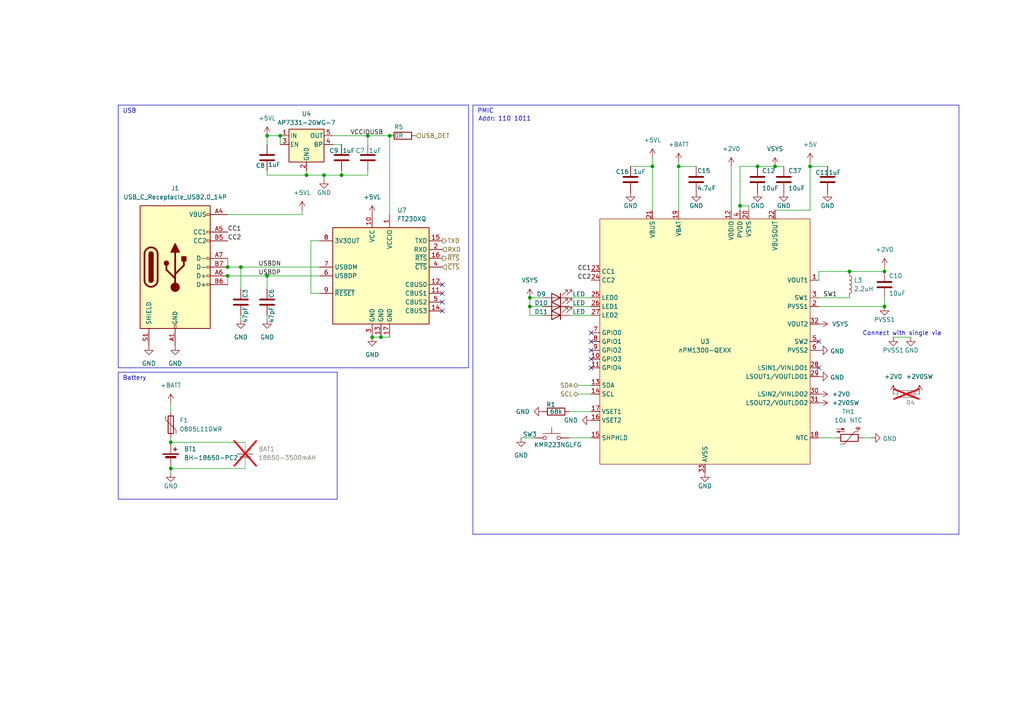
<source format=kicad_sch>
(kicad_sch (version 20231120) (generator "eeschema") (generator_version "8.0")
  (paper "A4")
  (lib_symbols
    (symbol "Connector:USB_C_Receptacle_USB2.0_14P" (pin_names (offset 1.016))
      (property "Reference" "J" (at 0 22.225 0))
      (property "Value" "USB_C_Receptacle_USB2.0_14P" (at 0 19.685 0))
      (symbol "USB_C_Receptacle_USB2.0_14P_0_0"
        (rectangle (start -0.254 -17.78) (end 0.254 -16.764))
        (rectangle (start 10.16 -4.826) (end 9.144 -5.334))
        (rectangle (start 10.16 -2.286) (end 9.144 -2.794))
        (rectangle (start 10.16 0.254) (end 9.144 -0.254))
        (rectangle (start 10.16 2.794) (end 9.144 2.286))
        (rectangle (start 10.16 7.874) (end 9.144 7.366))
        (rectangle (start 10.16 10.414) (end 9.144 9.906))
        (rectangle (start 10.16 15.494) (end 9.144 14.986))
      )
      (symbol "USB_C_Receptacle_USB2.0_14P_0_1"
        (rectangle (start -10.16 17.78) (end 10.16 -17.78) (stroke (width 0.254)) (fill (type background)))
        (arc (start -8.89 -3.81) (mid -6.985 -5.7067) (end -5.08 -3.81) (stroke (width 0.508)))
        (arc (start -7.62 -3.81) (mid -6.985 -4.4423) (end -6.35 -3.81) (stroke (width 0.254)))
        (arc (start -7.62 -3.81) (mid -6.985 -4.4423) (end -6.35 -3.81) (stroke (width 0.254)) (fill (type outline)))
        (rectangle (start -7.62 -3.81) (end -6.35 3.81) (stroke (width 0.254)) (fill (type outline)))
        (arc (start -6.35 3.81) (mid -6.985 4.4423) (end -7.62 3.81) (stroke (width 0.254)))
        (arc (start -6.35 3.81) (mid -6.985 4.4423) (end -7.62 3.81) (stroke (width 0.254)) (fill (type outline)))
        (arc (start -5.08 3.81) (mid -6.985 5.7067) (end -8.89 3.81) (stroke (width 0.508)))
        (circle (center -2.54 1.143) (radius 0.635) (stroke (width 0.254)) (fill (type outline)))
        (circle (center 0 -5.842) (radius 1.27) (fill (type outline)))
        (polyline (pts (xy -8.89 -3.81) (xy -8.89 3.81)) (stroke (width 0.508)))
        (polyline (pts (xy -5.08 3.81) (xy -5.08 -3.81)) (stroke (width 0.508)))
        (polyline (pts (xy 0 -5.842) (xy 0 4.318)) (stroke (width 0.508)))
        (polyline (pts (xy 0 -3.302) (xy -2.54 -0.762) (xy -2.54 0.508)) (stroke (width 0.508)))
        (polyline (pts (xy 0 -2.032) (xy 2.54 0.508) (xy 2.54 1.778)) (stroke (width 0.508)))
        (polyline (pts (xy -1.27 4.318) (xy 0 6.858) (xy 1.27 4.318) (xy -1.27 4.318)) (stroke (width 0.254)) (fill (type outline)))
        (rectangle (start 1.905 1.778) (end 3.175 3.048) (stroke (width 0.254)) (fill (type outline)))
      )
      (symbol "USB_C_Receptacle_USB2.0_14P_1_1"
        (pin passive line (at 0 -22.86 90) (length 5.08) (name "GND") (number "A1"))
        (pin passive line (at 0 -22.86 90) (length 5.08) hide (name "GND") (number "A12"))
        (pin passive line (at 15.24 15.24 180) (length 5.08) (name "VBUS") (number "A4"))
        (pin bidirectional line (at 15.24 10.16 180) (length 5.08) (name "CC1") (number "A5"))
        (pin bidirectional line (at 15.24 -2.54 180) (length 5.08) (name "D+") (number "A6"))
        (pin bidirectional line (at 15.24 2.54 180) (length 5.08) (name "D-") (number "A7"))
        (pin passive line (at 15.24 15.24 180) (length 5.08) hide (name "VBUS") (number "A9"))
        (pin passive line (at 0 -22.86 90) (length 5.08) hide (name "GND") (number "B1"))
        (pin passive line (at 0 -22.86 90) (length 5.08) hide (name "GND") (number "B12"))
        (pin passive line (at 15.24 15.24 180) (length 5.08) hide (name "VBUS") (number "B4"))
        (pin bidirectional line (at 15.24 7.62 180) (length 5.08) (name "CC2") (number "B5"))
        (pin bidirectional line (at 15.24 -5.08 180) (length 5.08) (name "D+") (number "B6"))
        (pin bidirectional line (at 15.24 0 180) (length 5.08) (name "D-") (number "B7"))
        (pin passive line (at 15.24 15.24 180) (length 5.08) hide (name "VBUS") (number "B9"))
        (pin passive line (at -7.62 -22.86 90) (length 5.08) (name "SHIELD") (number "S1"))
      )
    )
    (symbol "Device:Battery_Cell" (pin_numbers hide) (pin_names (offset 0) hide)
      (property "Reference" "BT" (at 2.54 2.54 0))
      (property "Value" "Battery_Cell" (at 2.54 0 0))
      (symbol "Battery_Cell_0_1"
        (rectangle (start -2.286 1.778) (end 2.286 1.524) (fill (type outline)))
        (rectangle (start -1.524 1.016) (end 1.524 0.508) (fill (type outline)))
        (polyline (pts (xy 0 0.762) (xy 0 0)))
        (polyline (pts (xy 0 1.778) (xy 0 2.54)))
        (polyline (pts (xy 0.762 3.048) (xy 1.778 3.048)) (stroke (width 0.254)))
        (polyline (pts (xy 1.27 3.556) (xy 1.27 2.54)) (stroke (width 0.254)))
      )
      (symbol "Battery_Cell_1_1"
        (pin passive line (at 0 5.08 270) (length 2.54) (name "+") (number "1"))
        (pin passive line (at 0 -2.54 90) (length 2.54) (name "-") (number "2"))
      )
    )
    (symbol "Device:C" (pin_numbers hide) (pin_names (offset 0.254))
      (property "Reference" "C" (at 0.635 2.54 0))
      (property "Value" "C" (at 0.635 -2.54 0))
      (symbol "C_0_1"
        (polyline (pts (xy -2.032 -0.762) (xy 2.032 -0.762)) (stroke (width 0.508)))
        (polyline (pts (xy -2.032 0.762) (xy 2.032 0.762)) (stroke (width 0.508)))
      )
      (symbol "C_1_1"
        (pin passive line (at 0 3.81 270) (length 2.794) (name "~") (number "1"))
        (pin passive line (at 0 -3.81 90) (length 2.794) (name "~") (number "2"))
      )
    )
    (symbol "Device:L" (pin_numbers hide) (pin_names (offset 1.016) hide)
      (property "Reference" "L" (at -1.27 0 90))
      (property "Value" "L" (at 1.905 0 90))
      (symbol "L_0_1"
        (arc (start 0 -2.54) (mid 0.6323 -1.905) (end 0 -1.27))
        (arc (start 0 -1.27) (mid 0.6323 -0.635) (end 0 0))
        (arc (start 0 0) (mid 0.6323 0.635) (end 0 1.27))
        (arc (start 0 1.27) (mid 0.6323 1.905) (end 0 2.54))
      )
      (symbol "L_1_1"
        (pin passive line (at 0 3.81 270) (length 1.27) (name "1") (number "1"))
        (pin passive line (at 0 -3.81 90) (length 1.27) (name "2") (number "2"))
      )
    )
    (symbol "Device:LED" (pin_numbers hide) (pin_names (offset 1.016) hide)
      (property "Reference" "D" (at 0 2.54 0))
      (property "Value" "LED" (at 0 -2.54 0))
      (symbol "LED_0_1"
        (polyline (pts (xy -1.27 -1.27) (xy -1.27 1.27)) (stroke (width 0.254)))
        (polyline (pts (xy -1.27 0) (xy 1.27 0)))
        (polyline (pts (xy 1.27 -1.27) (xy 1.27 1.27) (xy -1.27 0) (xy 1.27 -1.27)) (stroke (width 0.254)))
        (polyline (pts (xy -3.048 -0.762) (xy -4.572 -2.286) (xy -3.81 -2.286) (xy -4.572 -2.286) (xy -4.572 -1.524)))
        (polyline (pts (xy -1.778 -0.762) (xy -3.302 -2.286) (xy -2.54 -2.286) (xy -3.302 -2.286) (xy -3.302 -1.524)))
      )
      (symbol "LED_1_1"
        (pin passive line (at -3.81 0 0) (length 2.54) (name "K") (number "1"))
        (pin passive line (at 3.81 0 180) (length 2.54) (name "A") (number "2"))
      )
    )
    (symbol "Device:Polyfuse" (pin_numbers hide) (pin_names (offset 0))
      (property "Reference" "F" (at -2.54 0 90))
      (property "Value" "Polyfuse" (at 2.54 0 90))
      (symbol "Polyfuse_0_1"
        (rectangle (start -0.762 2.54) (end 0.762 -2.54) (stroke (width 0.254)))
        (polyline (pts (xy 0 2.54) (xy 0 -2.54)))
        (polyline (pts (xy -1.524 2.54) (xy -1.524 1.524) (xy 1.524 -1.524) (xy 1.524 -2.54)))
      )
      (symbol "Polyfuse_1_1"
        (pin passive line (at 0 3.81 270) (length 1.27) (name "~") (number "1"))
        (pin passive line (at 0 -3.81 90) (length 1.27) (name "~") (number "2"))
      )
    )
    (symbol "Device:Thermistor_NTC" (pin_numbers hide) (pin_names (offset 0))
      (property "Reference" "TH" (at -4.445 0 90))
      (property "Value" "Thermistor_NTC" (at 3.175 0 90))
      (symbol "Thermistor_NTC_0_1"
        (arc (start -3.048 2.159) (mid -3.0495 2.3143) (end -3.175 2.413))
        (arc (start -3.048 2.159) (mid -2.9736 1.9794) (end -2.794 1.905))
        (arc (start -3.048 2.794) (mid -2.9736 2.6144) (end -2.794 2.54))
        (arc (start -2.794 1.905) (mid -2.6144 1.9794) (end -2.54 2.159))
        (arc (start -2.794 2.54) (mid -2.4393 2.5587) (end -2.159 2.794))
        (arc (start -2.794 3.048) (mid -2.9736 2.9736) (end -3.048 2.794))
        (arc (start -2.54 2.794) (mid -2.6144 2.9736) (end -2.794 3.048))
        (rectangle (start -1.016 2.54) (end 1.016 -2.54) (stroke (width 0.254)))
        (polyline (pts (xy -2.54 2.159) (xy -2.54 2.794)))
        (polyline (pts (xy -1.778 2.54) (xy -1.778 1.524) (xy 1.778 -1.524) (xy 1.778 -2.54)))
        (polyline (pts (xy -2.54 -3.683) (xy -2.54 -1.397) (xy -2.794 -2.159) (xy -2.286 -2.159) (xy -2.54 -1.397) (xy -2.54 -1.651)) (fill (type outline)))
        (polyline (pts (xy -1.778 -1.397) (xy -1.778 -3.683) (xy -2.032 -2.921) (xy -1.524 -2.921) (xy -1.778 -3.683) (xy -1.778 -3.429)) (fill (type outline)))
      )
      (symbol "Thermistor_NTC_1_1"
        (pin passive line (at 0 3.81 270) (length 1.27) (name "~") (number "1"))
        (pin passive line (at 0 -3.81 90) (length 1.27) (name "~") (number "2"))
      )
    )
    (symbol "Interface_USB:FT230XQ"
      (property "Reference" "U" (at -13.97 15.24 0))
      (property "Value" "FT230XQ" (at 7.62 15.24 0))
      (symbol "FT230XQ_0_1"
        (rectangle (start -13.97 13.97) (end 13.97 -13.97) (stroke (width 0.254)) (fill (type background)))
      )
      (symbol "FT230XQ_1_1"
        (pin power_in line (at 2.54 17.78 270) (length 3.81) (name "VCCIO") (number "1"))
        (pin power_in line (at -2.54 17.78 270) (length 3.81) (name "VCC") (number "10"))
        (pin bidirectional line (at 17.78 -5.08 180) (length 3.81) (name "CBUS1") (number "11"))
        (pin bidirectional line (at 17.78 -2.54 180) (length 3.81) (name "CBUS0") (number "12"))
        (pin power_in line (at 0 -17.78 90) (length 3.81) (name "GND") (number "13"))
        (pin bidirectional line (at 17.78 -10.16 180) (length 3.81) (name "CBUS3") (number "14"))
        (pin output line (at 17.78 10.16 180) (length 3.81) (name "TXD") (number "15"))
        (pin output line (at 17.78 5.08 180) (length 3.81) (name "~{RTS}") (number "16"))
        (pin power_in line (at 2.54 -17.78 90) (length 3.81) (name "GND") (number "17"))
        (pin input line (at 17.78 7.62 180) (length 3.81) (name "RXD") (number "2"))
        (pin power_in line (at -2.54 -17.78 90) (length 3.81) (name "GND") (number "3"))
        (pin input line (at 17.78 2.54 180) (length 3.81) (name "~{CTS}") (number "4"))
        (pin bidirectional line (at 17.78 -7.62 180) (length 3.81) (name "CBUS2") (number "5"))
        (pin bidirectional line (at -17.78 0 0) (length 3.81) (name "USBDP") (number "6"))
        (pin bidirectional line (at -17.78 2.54 0) (length 3.81) (name "USBDM") (number "7"))
        (pin power_out line (at -17.78 10.16 0) (length 3.81) (name "3V3OUT") (number "8"))
        (pin input line (at -17.78 -5.08 0) (length 3.81) (name "~{RESET}") (number "9"))
      )
    )
    (symbol "Library:C" (pin_numbers hide) (pin_names (offset 0.254))
      (property "Reference" "C" (at 0.635 2.54 0))
      (property "Value" "C" (at 0.635 -2.54 0))
      (symbol "C_0_1"
        (polyline (pts (xy -2.032 -0.762) (xy 2.032 -0.762)) (stroke (width 0.508)))
        (polyline (pts (xy -2.032 0.762) (xy 2.032 0.762)) (stroke (width 0.508)))
      )
      (symbol "C_1_1"
        (pin passive line (at 0 3.81 270) (length 2.794) (name "~") (number "1"))
        (pin passive line (at 0 -3.81 90) (length 2.794) (name "~") (number "2"))
      )
    )
    (symbol "Library:R" (pin_numbers hide) (pin_names (offset 0))
      (property "Reference" "R" (at 2.032 0 90))
      (property "Value" "R" (at 0 0 90))
      (symbol "R_0_1"
        (rectangle (start -1.016 -2.54) (end 1.016 2.54) (stroke (width 0.254)))
      )
      (symbol "R_1_1"
        (pin passive line (at 0 3.81 270) (length 1.27) (name "~") (number "1"))
        (pin passive line (at 0 -3.81 90) (length 1.27) (name "~") (number "2"))
      )
    )
    (symbol "PCM_nordic-lib-kicad-npm:nPM1300-QEXX"
      (property "Reference" "U" (at 0 0 0))
      (property "Value" "nPM1300-QEXX" (at 0 -2.54 0))
      (symbol "nPM1300-QEXX_0_0"
        (pin power_out line (at 33.02 17.78 180) (length 2.54) (name "VOUT1") (number "1"))
        (pin bidirectional line (at -33.02 -5.08 0) (length 2.54) (name "GPIO3") (number "10"))
        (pin bidirectional line (at -33.02 -7.62 0) (length 2.54) (name "GPIO4") (number "11"))
        (pin power_in line (at 7.62 38.1 270) (length 2.54) (name "VDDIO") (number "12"))
        (pin bidirectional line (at -33.02 -12.7 0) (length 2.54) (name "SDA") (number "13"))
        (pin bidirectional line (at -33.02 -15.24 0) (length 2.54) (name "SCL") (number "14"))
        (pin input line (at -33.02 -27.94 0) (length 2.54) (name "SHPHLD") (number "15"))
        (pin passive line (at -33.02 -22.86 0) (length 2.54) (name "VSET2") (number "16"))
        (pin passive line (at -33.02 -20.32 0) (length 2.54) (name "VSET1") (number "17"))
        (pin passive line (at 33.02 -27.94 180) (length 2.54) (name "NTC") (number "18"))
        (pin power_in line (at -7.62 38.1 270) (length 2.54) (name "VBAT") (number "19"))
        (pin power_out line (at 12.7 38.1 270) (length 2.54) (name "VSYS") (number "20"))
        (pin power_in line (at -15.24 38.1 270) (length 2.54) (name "VBUS") (number "21"))
        (pin power_out line (at 20.32 38.1 270) (length 2.54) (name "VBUSOUT") (number "22"))
        (pin bidirectional line (at -33.02 20.32 0) (length 2.54) (name "CC1") (number "23"))
        (pin bidirectional line (at -33.02 17.78 0) (length 2.54) (name "CC2") (number "24"))
        (pin open_collector line (at -33.02 12.7 0) (length 2.54) (name "LED0") (number "25"))
        (pin open_collector line (at -33.02 10.16 0) (length 2.54) (name "LED1") (number "26"))
        (pin open_collector line (at -33.02 7.62 0) (length 2.54) (name "LED2") (number "27"))
        (pin output line (at 33.02 -10.16 180) (length 2.54) (name "LSOUT1/VOUTLDO1") (number "29"))
        (pin passive line (at 33.02 12.7 180) (length 2.54) (name "SW1") (number "3"))
        (pin input line (at 33.02 -15.24 180) (length 2.54) (name "LSIN2/VINLDO2") (number "30"))
        (pin output line (at 33.02 -17.78 180) (length 2.54) (name "LSOUT2/VOUTLDO2") (number "31"))
        (pin power_out line (at 33.02 5.08 180) (length 2.54) (name "VOUT2") (number "32"))
        (pin power_in line (at 0 -38.1 90) (length 2.54) (name "AVSS") (number "33"))
        (pin power_in line (at 10.16 38.1 270) (length 2.54) (name "PVDD") (number "4"))
        (pin passive line (at 33.02 0 180) (length 2.54) (name "SW2") (number "5"))
        (pin bidirectional line (at -33.02 2.54 0) (length 2.54) (name "GPIO0") (number "7"))
        (pin bidirectional line (at -33.02 0 0) (length 2.54) (name "GPIO1") (number "8"))
        (pin bidirectional line (at -33.02 -2.54 0) (length 2.54) (name "GPIO2") (number "9"))
      )
      (symbol "nPM1300-QEXX_1_0"
        (pin power_in line (at 33.02 10.16 180) (length 2.54) (name "PVSS1") (number "2"))
        (pin input line (at 33.02 -7.62 180) (length 2.54) (name "LSIN1/VINLDO1") (number "28"))
        (pin power_in line (at 33.02 -2.54 180) (length 2.54) (name "PVSS2") (number "6"))
      )
      (symbol "nPM1300-QEXX_1_1"
        (rectangle (start -30.48 35.56) (end 30.48 -35.56) (fill (type background)))
      )
    )
    (symbol "Regulator_Linear:AP131-20" (pin_names (offset 0.254))
      (property "Reference" "U" (at -3.81 5.715 0))
      (property "Value" "AP131-20" (at 0 5.715 0))
      (symbol "AP131-20_0_1"
        (rectangle (start -5.08 4.445) (end 5.08 -5.08) (stroke (width 0.254)) (fill (type background)))
      )
      (symbol "AP131-20_1_1"
        (pin power_in line (at -7.62 2.54 0) (length 2.54) (name "IN") (number "1"))
        (pin power_in line (at 0 -7.62 90) (length 2.54) (name "GND") (number "2"))
        (pin input line (at -7.62 0 0) (length 2.54) (name "EN") (number "3"))
        (pin input line (at 7.62 0 180) (length 2.54) (name "BP") (number "4"))
        (pin power_out line (at 7.62 2.54 180) (length 2.54) (name "OUT") (number "5"))
      )
    )
    (symbol "Switch:SW_Push" (pin_numbers hide) (pin_names (offset 1.016) hide)
      (property "Reference" "SW" (at 1.27 2.54 0))
      (property "Value" "SW_Push" (at 0 -1.524 0))
      (symbol "SW_Push_0_1"
        (circle (center -2.032 0) (radius 0.508))
        (polyline (pts (xy 0 1.27) (xy 0 3.048)))
        (polyline (pts (xy 2.54 1.27) (xy -2.54 1.27)))
        (circle (center 2.032 0) (radius 0.508))
        (pin passive line (at -5.08 0 0) (length 2.54) (name "1") (number "1"))
        (pin passive line (at 5.08 0 180) (length 2.54) (name "2") (number "2"))
      )
    )
    (symbol "power:+1V8" (power) (pin_numbers hide) (pin_names (offset 0) hide)
      (property "Value" "+1V8" (at 0 3.556 0))
      (symbol "+1V8_0_1"
        (polyline (pts (xy -0.762 1.27) (xy 0 2.54)))
        (polyline (pts (xy 0 0) (xy 0 2.54)))
        (polyline (pts (xy 0 2.54) (xy 0.762 1.27)))
      )
      (symbol "+1V8_1_1"
        (pin power_in line (at 0 0 90) (length 0) (name "~") (number "1"))
      )
    )
    (symbol "power:+5V" (power) (pin_numbers hide) (pin_names (offset 0) hide)
      (property "Value" "+5V" (at 0 3.556 0))
      (symbol "+5V_0_1"
        (polyline (pts (xy -0.762 1.27) (xy 0 2.54)))
        (polyline (pts (xy 0 0) (xy 0 2.54)))
        (polyline (pts (xy 0 2.54) (xy 0.762 1.27)))
      )
      (symbol "+5V_1_1"
        (pin power_in line (at 0 0 90) (length 0) (name "~") (number "1"))
      )
    )
    (symbol "power:+5VL" (power) (pin_numbers hide) (pin_names (offset 0) hide)
      (property "Value" "+5VL" (at 0 3.556 0))
      (symbol "+5VL_0_1"
        (polyline (pts (xy -0.762 1.27) (xy 0 2.54)))
        (polyline (pts (xy 0 0) (xy 0 2.54)))
        (polyline (pts (xy 0 2.54) (xy 0.762 1.27)))
      )
      (symbol "+5VL_1_1"
        (pin power_in line (at 0 0 90) (length 0) (name "~") (number "1"))
      )
    )
    (symbol "power:+BATT" (power) (pin_numbers hide) (pin_names (offset 0) hide)
      (property "Value" "+BATT" (at 0 3.556 0))
      (symbol "+BATT_0_1"
        (polyline (pts (xy -0.762 1.27) (xy 0 2.54)))
        (polyline (pts (xy 0 0) (xy 0 2.54)))
        (polyline (pts (xy 0 2.54) (xy 0.762 1.27)))
      )
      (symbol "+BATT_1_1"
        (pin power_in line (at 0 0 90) (length 0) (name "~") (number "1"))
      )
    )
    (symbol "power:GND" (power) (pin_names (offset 0))
      (property "Value" "GND" (at 0 -3.81 0))
      (symbol "GND_0_1"
        (polyline (pts (xy 0 0) (xy 0 -1.27) (xy 1.27 -1.27) (xy 0 -2.54) (xy -1.27 -1.27) (xy 0 -1.27)))
      )
      (symbol "GND_1_1"
        (pin power_in line (at 0 0 270) (length 0) hide (name "GND") (number "1"))
      )
    )
    (symbol "power:VCC" (power) (pin_numbers hide) (pin_names (offset 0) hide)
      (property "Value" "VCC" (at 0 3.556 0))
      (symbol "VCC_0_1"
        (polyline (pts (xy -0.762 1.27) (xy 0 2.54)))
        (polyline (pts (xy 0 0) (xy 0 2.54)))
        (polyline (pts (xy 0 2.54) (xy 0.762 1.27)))
      )
      (symbol "VCC_1_1"
        (pin power_in line (at 0 0 90) (length 0) (name "~") (number "1"))
      )
    )
  )
  (junction (at 110.49 97.79))
  (junction (at 88.9 50.8))
  (junction (at 256.54 78.74))
  (junction (at 106.68 39.37))
  (junction (at 49.53 128.27))
  (junction (at 77.47 39.37))
  (junction (at 107.95 97.79))
  (junction (at 93.98 50.8))
  (junction (at 153.67 88.9))
  (junction (at 99.06 50.8))
  (junction (at 69.85 77.47))
  (junction (at 246.38 78.74))
  (junction (at 66.04 77.47))
  (junction (at 153.67 86.36))
  (junction (at 196.85 48.26))
  (junction (at 66.04 80.01))
  (junction (at 77.47 80.01))
  (junction (at 189.23 48.26))
  (junction (at 81.28 39.37))
  (junction (at 234.95 48.26))
  (junction (at 49.53 135.89))
  (junction (at 224.79 48.26))
  (junction (at 113.03 39.37))
  (junction (at 256.54 88.9))
  (junction (at 219.71 48.26))
  (junction (at 214.63 59.69))
  (no_connect (at 171.45 99.06))
  (no_connect (at 171.45 106.68))
  (no_connect (at 171.45 96.52))
  (no_connect (at 128.27 85.09))
  (no_connect (at 128.27 87.63))
  (no_connect (at 237.49 99.06))
  (no_connect (at 128.27 82.55))
  (no_connect (at 171.45 101.6))
  (no_connect (at 128.27 90.17))
  (no_connect (at 171.45 104.14))
  (no_connect (at 237.49 106.68))
  (wire (pts (xy 246.38 78.74) (xy 256.54 78.74)))
  (wire (pts (xy 69.85 77.47) (xy 66.04 77.47)))
  (wire (pts (xy 153.67 91.44) (xy 157.48 91.44)))
  (polyline (pts (xy 97.79 107.95) (xy 97.79 144.78)))
  (wire (pts (xy 93.98 52.07) (xy 93.98 50.8)))
  (wire (pts (xy 214.63 59.69) (xy 217.17 59.69)))
  (wire (pts (xy 237.49 88.9) (xy 256.54 88.9)))
  (wire (pts (xy 99.06 41.91) (xy 96.52 41.91)))
  (wire (pts (xy 234.95 48.26) (xy 240.03 48.26)))
  (wire (pts (xy 77.47 39.37) (xy 81.28 39.37)))
  (polyline (pts (xy 97.79 107.95) (xy 34.29 107.95)))
  (wire (pts (xy 237.49 86.36) (xy 246.38 86.36)))
  (wire (pts (xy 106.68 49.53) (xy 106.68 50.8)))
  (wire (pts (xy 66.04 62.23) (xy 87.63 62.23)))
  (wire (pts (xy 252.73 127) (xy 250.19 127)))
  (wire (pts (xy 167.64 111.76) (xy 171.45 111.76)))
  (wire (pts (xy 153.67 86.36) (xy 157.48 86.36)))
  (wire (pts (xy 237.49 127) (xy 242.57 127)))
  (wire (pts (xy 165.1 88.9) (xy 171.45 88.9)))
  (wire (pts (xy 88.9 50.8) (xy 93.98 50.8)))
  (wire (pts (xy 69.85 77.47) (xy 69.85 83.82)))
  (wire (pts (xy 106.68 41.91) (xy 106.68 39.37)))
  (wire (pts (xy 165.1 127) (xy 171.45 127)))
  (wire (pts (xy 165.1 119.38) (xy 171.45 119.38)))
  (wire (pts (xy 88.9 50.8) (xy 88.9 49.53)))
  (wire (pts (xy 99.06 49.53) (xy 99.06 50.8)))
  (wire (pts (xy 237.49 78.74) (xy 246.38 78.74)))
  (wire (pts (xy 107.95 97.79) (xy 110.49 97.79)))
  (wire (pts (xy 90.17 69.85) (xy 90.17 85.09)))
  (wire (pts (xy 90.17 85.09) (xy 92.71 85.09)))
  (wire (pts (xy 92.71 77.47) (xy 69.85 77.47)))
  (wire (pts (xy 77.47 80.01) (xy 66.04 80.01)))
  (wire (pts (xy 49.53 119.38) (xy 49.53 116.84)))
  (wire (pts (xy 77.47 41.91) (xy 77.47 39.37)))
  (polyline (pts (xy 34.29 30.48) (xy 34.29 106.68)))
  (polyline (pts (xy 135.89 30.48) (xy 34.29 30.48)))
  (wire (pts (xy 151.13 127) (xy 154.94 127)))
  (polyline (pts (xy 137.16 30.48) (xy 137.16 154.94)))
  (wire (pts (xy 66.04 80.01) (xy 66.04 82.55)))
  (wire (pts (xy 49.53 127) (xy 49.53 128.27)))
  (wire (pts (xy 234.95 48.26) (xy 234.95 46.99)))
  (wire (pts (xy 106.68 50.8) (xy 99.06 50.8)))
  (wire (pts (xy 224.79 48.26) (xy 219.71 48.26)))
  (wire (pts (xy 256.54 77.47) (xy 256.54 78.74)))
  (wire (pts (xy 217.17 59.69) (xy 217.17 60.96)))
  (wire (pts (xy 77.47 80.01) (xy 77.47 83.82)))
  (polyline (pts (xy 97.79 144.78) (xy 34.29 144.78)))
  (wire (pts (xy 214.63 48.26) (xy 214.63 59.69)))
  (polyline (pts (xy 135.89 106.68) (xy 34.29 106.68)))
  (wire (pts (xy 167.64 114.3) (xy 171.45 114.3)))
  (wire (pts (xy 182.88 48.26) (xy 189.23 48.26)))
  (wire (pts (xy 99.06 50.8) (xy 93.98 50.8)))
  (wire (pts (xy 219.71 48.26) (xy 214.63 48.26)))
  (wire (pts (xy 214.63 60.96) (xy 214.63 59.69)))
  (wire (pts (xy 66.04 77.47) (xy 66.04 74.93)))
  (wire (pts (xy 234.95 60.96) (xy 224.79 60.96)))
  (wire (pts (xy 77.47 92.71) (xy 77.47 91.44)))
  (wire (pts (xy 106.68 39.37) (xy 113.03 39.37)))
  (wire (pts (xy 256.54 86.36) (xy 256.54 88.9)))
  (polyline (pts (xy 278.13 154.94) (xy 137.16 154.94)))
  (wire (pts (xy 264.16 97.79) (xy 259.08 97.79)))
  (wire (pts (xy 81.28 41.91) (xy 81.28 39.37)))
  (wire (pts (xy 69.85 92.71) (xy 69.85 91.44)))
  (wire (pts (xy 77.47 50.8) (xy 88.9 50.8)))
  (wire (pts (xy 212.09 48.26) (xy 212.09 60.96)))
  (wire (pts (xy 196.85 48.26) (xy 196.85 46.99)))
  (polyline (pts (xy 278.13 30.48) (xy 278.13 154.94)))
  (wire (pts (xy 49.53 128.27) (xy 71.12 128.27)))
  (wire (pts (xy 96.52 39.37) (xy 106.68 39.37)))
  (wire (pts (xy 227.33 48.26) (xy 224.79 48.26)))
  (wire (pts (xy 110.49 97.79) (xy 113.03 97.79)))
  (wire (pts (xy 165.1 86.36) (xy 171.45 86.36)))
  (wire (pts (xy 92.71 80.01) (xy 77.47 80.01)))
  (wire (pts (xy 77.47 49.53) (xy 77.47 50.8)))
  (wire (pts (xy 165.1 91.44) (xy 171.45 91.44)))
  (wire (pts (xy 234.95 48.26) (xy 234.95 60.96)))
  (wire (pts (xy 87.63 62.23) (xy 87.63 60.96)))
  (wire (pts (xy 49.53 137.16) (xy 49.53 135.89)))
  (wire (pts (xy 113.03 39.37) (xy 113.03 62.23)))
  (wire (pts (xy 196.85 48.26) (xy 201.93 48.26)))
  (wire (pts (xy 49.53 135.89) (xy 71.12 135.89)))
  (wire (pts (xy 92.71 69.85) (xy 90.17 69.85)))
  (wire (pts (xy 189.23 48.26) (xy 189.23 60.96)))
  (polyline (pts (xy 278.13 30.48) (xy 137.16 30.48)))
  (wire (pts (xy 237.49 78.74) (xy 237.49 81.28)))
  (wire (pts (xy 153.67 86.36) (xy 153.67 88.9)))
  (polyline (pts (xy 34.29 107.95) (xy 34.29 144.78)))
  (wire (pts (xy 189.23 45.72) (xy 189.23 48.26)))
  (wire (pts (xy 196.85 48.26) (xy 196.85 60.96)))
  (wire (pts (xy 153.67 88.9) (xy 157.48 88.9)))
  (wire (pts (xy 153.67 88.9) (xy 153.67 91.44)))
  (polyline (pts (xy 135.89 30.48) (xy 135.89 106.68)))
  (text "Connect with single via\n" (at 261.62 96.774 0) (effects (font (size 1.27 1.27))))
  (text "USB\n" (at 35.56 33.02 0) (effects (font (size 1.27 1.27)) (justify left bottom)))
  (text "Addr: 110 1011\n" (at 138.684 35.306 0) (effects (font (size 1.27 1.27)) (justify left bottom)))
  (text "PMIC\n" (at 138.43 33.02 0) (effects (font (size 1.27 1.27)) (justify left bottom)))
  (text "Battery\n" (at 35.56 110.49 0) (effects (font (size 1.27 1.27)) (justify left bottom)))
  (label "CC2" (at 66.04 69.85 0))
  (label "CC1" (at 171.45 78.74 180))
  (label "CC2" (at 171.45 81.28 180))
  (label "VCCIOUSB" (at 101.6 39.37 0))
  (label "SW1" (at 238.76 86.36 0))
  (label "CC1" (at 66.04 67.31 0))
  (label "USBDP" (at 74.93 80.01 0))
  (label "USBDN" (at 74.93 77.47 0))
  (hierarchical_label "RXD" (shape input) (at 128.27 72.39 0))
  (hierarchical_label "SCL" (shape bidirectional) (at 167.64 114.3 180))
  (hierarchical_label "TXD" (shape output) (at 128.27 69.85 0))
  (hierarchical_label "SDA" (shape bidirectional) (at 167.64 111.76 180))
  (hierarchical_label "USB_DET" (shape input) (at 120.65 39.37 0))
  (hierarchical_label "~{CTS}" (shape input) (at 128.27 77.47 0))
  (hierarchical_label "~{RTS}" (shape output) (at 128.27 74.93 0))
  (symbol (lib_id "power:+5VL") (at 87.63 60.96 0) (unit 1)
    (property "Reference" "#PWR028" (effects (hide yes)))
    (property "Value" "+5VL" (at 87.63 55.88 0))
    (property "Description" "Power symbol creates a global label with name \"+5VL\"" (effects (hide yes)))
  )
  (symbol (lib_id "power:GND") (at 237.49 109.22 90) (unit 1)
    (property "Reference" "#PWR048" (effects (hide yes)))
    (property "Value" "GND" (at 242.824 109.474 90))
  )
  (symbol (lib_id "Interface_USB:FT230XQ") (at 110.49 80.01 0) (unit 1)
    (property "Reference" "U7" (at 115.2241 60.96 0) (effects (justify left)))
    (property "Value" "FT230XQ" (at 115.2241 63.5 0) (effects (justify left)))
    (property "Footprint" "Methanesense:QFN-16-1EP_4x4mm_P0.65mm_EP2.1x2.1mm" (effects (hide yes)))
    (property "Datasheet" "https://www.ftdichip.com/Support/Documents/DataSheets/ICs/DS_FT230X.pdf" (effects (hide yes)))
    (property "Description" "Full Speed USB to Basic UART, QFN-16" (effects (hide yes)))
    (property "MPN" "FT230XQ" (effects (hide yes)))
  )
  (symbol (lib_id "Library:C") (at 256.54 82.55 0) (unit 1)
    (property "Reference" "C10" (at 257.81 80.01 0) (effects (justify left)))
    (property "Value" "10uF" (at 257.81 85.09 0) (effects (justify left)))
    (property "Footprint" "Capacitor_SMD:C_0805_2012Metric" (effects (hide yes)))
    (property "Description" "Unpolarized capacitor" (effects (hide yes)))
  )
  (symbol (lib_id "power:GND") (at 171.45 121.92 270) (mirror x) (unit 1)
    (property "Reference" "#PWR0103" (effects (hide yes)))
    (property "Value" "GND" (at 167.64 121.9199 90) (effects (justify right)))
    (property "Description" "Power symbol creates a global label with name \"GND\" , ground" (effects (hide yes)))
  )
  (symbol (lib_id "power:GND") (at 107.95 97.79 0) (unit 1)
    (property "Reference" "#PWR015" (effects (hide yes)))
    (property "Value" "GND" (at 107.95 102.87 0))
  )
  (symbol (lib_id "power:+1V8") (at 237.49 116.84 270) (unit 1)
    (property "Reference" "#PWR013" (effects (hide yes)))
    (property "Value" "+2V0SW" (at 241.3 116.8399 90) (effects (justify left)))
    (property "Description" "Power symbol creates a global label with name \"+1V8\"" (effects (hide yes)))
  )
  (symbol (lib_id "Device:Thermistor_NTC") (at 246.38 127 270) (unit 1)
    (property "Reference" "TH1" (at 246.0625 119.38 90))
    (property "Value" "10k NTC" (at 246.0625 121.92 90))
    (property "Footprint" "Resistor_SMD:R_0603_1608Metric" (effects (hide yes)))
    (property "Description" "Temperature dependent resistor, negative temperature coefficient" (effects (hide yes)))
    (property "MPN" "NTCG163JF103FT1" (effects (hide yes)))
  )
  (symbol (lib_id "power:+1V8") (at 266.7 114.3 0) (unit 1)
    (property "Reference" "#PWR047" (effects (hide yes)))
    (property "Value" "+2V0SW" (at 266.7 109.22 0))
    (property "Description" "Power symbol creates a global label with name \"+1V8\"" (effects (hide yes)))
  )
  (symbol (lib_id "Library:R") (at 161.29 119.38 270) (unit 1)
    (property "Reference" "R1" (at 159.766 117.348 90))
    (property "Value" "68k" (at 161.29 119.38 90))
    (property "Footprint" "Resistor_SMD:R_0603_1608Metric" (effects (hide yes)))
    (property "Description" "Resistor" (effects (hide yes)))
  )
  (symbol (lib_id "power:+5VL") (at 77.47 39.37 0) (unit 1)
    (property "Reference" "#PWR014" (effects (hide yes)))
    (property "Value" "+5VL" (at 77.47 34.29 0))
    (property "Description" "Power symbol creates a global label with name \"+5VL\"" (effects (hide yes)))
  )
  (symbol (lib_id "Regulator_Linear:AP131-20") (at 88.9 41.91 0) (unit 1)
    (property "Reference" "U4" (at 88.9 33.02 0))
    (property "Value" "AP7331-20WG-7" (at 88.9 35.56 0))
    (property "Footprint" "Package_TO_SOT_SMD:SOT-23-5" (effects (hide yes)))
    (property "Datasheet" "https://www.diodes.com/assets/Datasheets/AP7331.pdf" (effects (hide yes)))
    (property "Description" "300mA low dropout linear regulator, shutdown pin, 2.0V fixed positive output, SOT-23-5" (effects (hide yes)))
    (property "MPN" "AP7331-20WG-7" (effects (hide yes)))
  )
  (symbol (lib_id "Library:C") (at 99.06 45.72 0) (unit 1)
    (property "Reference" "C9" (at 95.504 43.688 0) (effects (justify left)))
    (property "Value" "1uF" (at 99.314 43.688 0) (effects (justify left)))
    (property "Footprint" "Capacitor_SMD:C_0603_1608Metric" (effects (hide yes)))
    (property "Description" "Unpolarized capacitor" (effects (hide yes)))
  )
  (symbol (lib_id "power:GND") (at 157.48 119.38 270) (mirror x) (unit 1)
    (property "Reference" "#PWR0102" (effects (hide yes)))
    (property "Value" "GND" (at 153.67 119.3799 90) (effects (justify right)))
    (property "Description" "Power symbol creates a global label with name \"GND\" , ground" (effects (hide yes)))
  )
  (symbol (lib_id "power:GND") (at 77.47 92.71 0) (unit 1)
    (property "Reference" "#PWR017" (effects (hide yes)))
    (property "Value" "GND" (at 77.47 97.79 0))
  )
  (symbol (lib_id "power:GND") (at 49.53 137.16 0) (unit 1)
    (property "Reference" "#PWR043" (effects (hide yes)))
    (property "Value" "GND" (at 49.53 140.97 0))
  )
  (symbol (lib_id "power:+1V8") (at 259.08 114.3 0) (unit 1)
    (property "Reference" "#PWR031" (effects (hide yes)))
    (property "Value" "+2V0" (at 259.08 109.22 0))
    (property "Description" "Power symbol creates a global label with name \"+1V8\"" (effects (hide yes)))
  )
  (symbol (lib_id "Device:C") (at 201.93 52.07 0) (unit 1)
    (property "Reference" "C15" (at 202.184 49.53 0) (effects (justify left)))
    (property "Value" "4.7uF" (at 202.184 54.61 0) (effects (justify left)))
    (property "Footprint" "Capacitor_SMD:C_0603_1608Metric" (effects (hide yes)))
    (property "Description" "Unpolarized capacitor" (effects (hide yes)))
  )
  (symbol (lib_id "Device:L") (at 246.38 82.55 0) (unit 1)
    (property "Reference" "L3" (at 247.65 81.2799 0) (effects (justify left)))
    (property "Value" "2.2uH" (at 247.65 83.8199 0) (effects (justify left)))
    (property "Footprint" "Inductor_SMD:L_1008_2520Metric" (effects (hide yes)))
    (property "MPN" "CVH252009-2R2M" (effects (hide yes)))
  )
  (symbol (lib_id "Switch:SW_Push") (at 160.02 127 0) (mirror y) (unit 1)
    (property "Reference" "SW3" (at 153.67 125.984 0))
    (property "Value" "KMR223NGLFG" (at 161.798 129.032 0))
    (property "Footprint" "Methanesense:SW_Push_1P1T_NO_CK_KMR2" (effects (hide yes)))
    (property "Description" "Push button switch, generic, two pins" (effects (hide yes)))
    (property "MPN" "KMR223NGLFG" (effects (hide yes)))
  )
  (symbol (lib_id "Library:C") (at 182.88 52.07 0) (unit 1)
    (property "Reference" "C16" (at 178.562 49.784 0) (effects (justify left)))
    (property "Value" "1uF" (at 183.642 49.784 0) (effects (justify left)))
    (property "Footprint" "Capacitor_SMD:C_0603_1608Metric" (effects (hide yes)))
    (property "Description" "Unpolarized capacitor" (effects (hide yes)))
  )
  (symbol (lib_id "Device:Battery_Cell") (at 71.12 133.35 0) (unit 1) (on_board no) (dnp yes)
    (property "Reference" "BAT1" (at 74.93 130.2384 0) (effects (justify left)))
    (property "Value" "18650-3500mAH" (at 74.93 132.7784 0) (effects (justify left)))
    (property "Description" "18650 battery" (effects (hide yes)))
  )
  (symbol (lib_id "power:GND") (at 151.13 127 0) (mirror y) (unit 1)
    (property "Reference" "#PWR025" (effects (hide yes)))
    (property "Value" "GND" (at 151.13 132.08 0))
    (property "Description" "Power symbol creates a global label with name \"GND\" , ground" (effects (hide yes)))
  )
  (symbol (lib_id "power:+5VL") (at 107.95 62.23 0) (unit 1)
    (property "Reference" "#PWR011" (effects (hide yes)))
    (property "Value" "+5VL" (at 107.95 57.15 0))
    (property "Description" "Power symbol creates a global label with name \"+5VL\"" (effects (hide yes)))
  )
  (symbol (lib_id "Library:C") (at 240.03 52.07 0) (unit 1)
    (property "Reference" "C11" (at 236.474 50.038 0) (effects (justify left)))
    (property "Value" "1uF" (at 240.284 50.038 0) (effects (justify left)))
    (property "Footprint" "Capacitor_SMD:C_0603_1608Metric" (effects (hide yes)))
    (property "Description" "Unpolarized capacitor" (effects (hide yes)))
  )
  (symbol (lib_id "power:GND") (at 264.16 97.79 0) (unit 1)
    (property "Reference" "#PWR046" (effects (hide yes)))
    (property "Value" "GND" (at 264.414 101.6 0))
  )
  (symbol (lib_id "power:+1V8") (at 256.54 77.47 0) (unit 1)
    (property "Reference" "#PWR027" (effects (hide yes)))
    (property "Value" "+2V0" (at 256.54 72.39 0))
    (property "Description" "Power symbol creates a global label with name \"+1V8\"" (effects (hide yes)))
  )
  (symbol (lib_id "power:GND") (at 237.49 101.6 90) (unit 1)
    (property "Reference" "#PWR097" (effects (hide yes)))
    (property "Value" "GND" (at 242.824 101.854 90))
  )
  (symbol (lib_id "Connector:USB_C_Receptacle_USB2.0_14P") (at 50.8 77.47 0) (unit 1)
    (property "Reference" "J1" (at 50.8 54.61 0))
    (property "Value" "USB_C_Receptacle_USB2.0_14P" (at 50.8 57.15 0))
    (property "Footprint" "Methanesense:USB_C_Receptacle_HCTL_HC-TYPE-C-16P-01A" (effects (hide yes)))
    (property "Datasheet" "https://www.usb.org/sites/default/files/documents/usb_type-c.zip" (effects (hide yes)))
    (property "Description" "USB 2.0-only 14P Type-C Receptacle connector" (effects (hide yes)))
    (property "MPN" "12402012E212A" (effects (hide yes)))
  )
  (symbol (lib_id "power:+1V8") (at 212.09 48.26 0) (unit 1)
    (property "Reference" "#PWR029" (effects (hide yes)))
    (property "Value" "+2V0" (at 212.09 43.18 0))
    (property "Description" "Power symbol creates a global label with name \"+1V8\"" (effects (hide yes)))
  )
  (symbol (lib_id "Library:C") (at 106.68 45.72 0) (unit 1)
    (property "Reference" "C7" (at 103.124 43.688 0) (effects (justify left)))
    (property "Value" "1uF" (at 106.934 43.688 0) (effects (justify left)))
    (property "Footprint" "Capacitor_SMD:C_0603_1608Metric" (effects (hide yes)))
    (property "Description" "Unpolarized capacitor" (effects (hide yes)))
  )
  (symbol (lib_id "Library:C") (at 77.47 87.63 180) (unit 1)
    (property "Reference" "C6" (at 78.74 83.82 90) (effects (justify left)))
    (property "Value" "47pF" (at 78.74 88.9 90) (effects (justify left)))
    (property "Footprint" "Capacitor_SMD:C_0603_1608Metric" (effects (hide yes)))
    (property "Description" "Unpolarized capacitor" (effects (hide yes)))
  )
  (symbol (lib_id "Library:C") (at 77.47 45.72 0) (unit 1)
    (property "Reference" "C8" (at 74.168 48.006 0) (effects (justify left)))
    (property "Value" "1uF" (at 77.724 47.752 0) (effects (justify left)))
    (property "Footprint" "Capacitor_SMD:C_0603_1608Metric" (effects (hide yes)))
    (property "Description" "Unpolarized capacitor" (effects (hide yes)))
  )
  (symbol (lib_id "Library:C") (at 227.33 52.07 0) (unit 1)
    (property "Reference" "C37" (at 228.6 49.53 0) (effects (justify left)))
    (property "Value" "10uF" (at 228.6 54.61 0) (effects (justify left)))
    (property "Footprint" "Capacitor_SMD:C_0805_2012Metric" (effects (hide yes)))
    (property "Description" "Unpolarized capacitor" (effects (hide yes)))
  )
  (symbol (lib_id "power:GND") (at 204.47 137.16 0) (unit 1)
    (property "Reference" "#PWR026" (effects (hide yes)))
    (property "Value" "GND" (at 204.47 140.97 0))
  )
  (symbol (lib_id "power:GND") (at 201.93 55.88 0) (unit 1)
    (property "Reference" "#PWR0106" (effects (hide yes)))
    (property "Value" "GND" (at 201.93 59.69 0))
  )
  (symbol (lib_id "power:GND") (at 93.98 52.07 0) (unit 1)
    (property "Reference" "#PWR024" (effects (hide yes)))
    (property "Value" "GND" (at 93.98 55.88 0))
  )
  (symbol (lib_id "power:+5VL") (at 189.23 45.72 0) (unit 1)
    (property "Reference" "#PWR08" (effects (hide yes)))
    (property "Value" "+5VL" (at 189.23 40.64 0))
    (property "Description" "Power symbol creates a global label with name \"+5VL\"" (effects (hide yes)))
  )
  (symbol (lib_id "Library:R") (at 262.89 114.3 90) (unit 1) (dnp yes)
    (property "Reference" "R4" (at 265.43 116.84 90) (effects (justify left)))
    (property "Value" "0R" (at 265.43 114.3 90) (effects (justify left)))
    (property "Footprint" "Resistor_SMD:R_0603_1608Metric" (effects (hide yes)))
    (property "Description" "Resistor" (effects (hide yes)))
  )
  (symbol (lib_id "power:GND") (at 43.18 100.33 0) (unit 1)
    (property "Reference" "#PWR022" (effects (hide yes)))
    (property "Value" "GND" (at 43.18 105.41 0))
  )
  (symbol (lib_id "power:GND") (at 69.85 92.71 0) (unit 1)
    (property "Reference" "#PWR019" (effects (hide yes)))
    (property "Value" "GND" (at 69.85 97.79 0))
  )
  (symbol (lib_id "power:+5V") (at 234.95 46.99 0) (unit 1)
    (property "Reference" "#PWR010" (effects (hide yes)))
    (property "Value" "+5V" (at 234.95 41.91 0))
    (property "Description" "Power symbol creates a global label with name \"+5V\"" (effects (hide yes)))
  )
  (symbol (lib_id "power:+1V8") (at 237.49 114.3 270) (unit 1)
    (property "Reference" "#PWR096" (effects (hide yes)))
    (property "Value" "+2V0" (at 241.3 114.2999 90) (effects (justify left)))
    (property "Description" "Power symbol creates a global label with name \"+1V8\"" (effects (hide yes)))
  )
  (symbol (lib_id "Device:LED") (at 161.29 88.9 180) (unit 1)
    (property "Reference" "D10" (at 156.972 87.884 0))
    (property "Value" "LED" (at 167.894 87.884 0))
    (property "Footprint" "LED_SMD:LED_0603_1608Metric" (effects (hide yes)))
    (property "Description" "Light emitting diode" (effects (hide yes)))
    (property "MPN" "LG L29K-G2J1-24-Z" (effects (hide yes)))
  )
  (symbol (lib_id "power:GND") (at 240.03 55.88 0) (unit 1)
    (property "Reference" "#PWR033" (effects (hide yes)))
    (property "Value" "GND" (at 240.03 59.69 0))
  )
  (symbol (lib_id "power:GND") (at 259.08 97.79 0) (unit 1)
    (property "Reference" "#PWR045" (effects (hide yes)))
    (property "Value" "PVSS1" (at 259.08 101.6 0))
  )
  (symbol (lib_id "Library:R") (at 116.84 39.37 270) (unit 1)
    (property "Reference" "R5" (at 114.3 36.83 90) (effects (justify left)))
    (property "Value" "0R" (at 114.3 39.37 90) (effects (justify left)))
    (property "Footprint" "Resistor_SMD:R_0603_1608Metric" (effects (hide yes)))
    (property "Description" "Resistor" (effects (hide yes)))
  )
  (symbol (lib_id "Device:LED") (at 161.29 86.36 180) (unit 1)
    (property "Reference" "D9" (at 156.972 85.344 0))
    (property "Value" "LED" (at 167.894 85.344 0))
    (property "Footprint" "LED_SMD:LED_0603_1608Metric" (effects (hide yes)))
    (property "Description" "Light emitting diode" (effects (hide yes)))
    (property "MPN" "LG L29K-G2J1-24-Z" (effects (hide yes)))
  )
  (symbol (lib_id "power:GND") (at 50.8 100.33 0) (unit 1)
    (property "Reference" "#PWR020" (effects (hide yes)))
    (property "Value" "GND" (at 50.8 105.41 0))
  )
  (symbol (lib_id "Device:Polyfuse") (at 49.53 123.19 0) (unit 1)
    (property "Reference" "F1" (at 52.07 121.9199 0) (effects (justify left)))
    (property "Value" "0805L110WR" (at 52.07 124.4599 0) (effects (justify left)))
    (property "Footprint" "Fuse:Fuse_0805_2012Metric" (effects (hide yes)))
    (property "Description" "Resettable fuse, polymeric positive temperature coefficient" (effects (hide yes)))
    (property "MPN" "0805L110WR" (effects (hide yes)))
  )
  (symbol (lib_id "Library:C") (at 219.71 52.07 0) (unit 1)
    (property "Reference" "C12" (at 220.98 49.53 0) (effects (justify left)))
    (property "Value" "10uF" (at 220.98 54.61 0) (effects (justify left)))
    (property "Footprint" "Capacitor_SMD:C_0805_2012Metric" (effects (hide yes)))
    (property "Description" "Unpolarized capacitor" (effects (hide yes)))
  )
  (symbol (lib_id "power:+BATT") (at 196.85 46.99 0) (unit 1)
    (property "Reference" "#PWR09" (effects (hide yes)))
    (property "Value" "+BATT" (at 196.85 41.91 0))
    (property "Description" "Power symbol creates a global label with name \"+BATT\"" (effects (hide yes)))
  )
  (symbol (lib_id "power:VCC") (at 153.67 86.36 0) (unit 1)
    (property "Reference" "#PWR091" (effects (hide yes)))
    (property "Value" "VSYS" (at 153.67 81.28 0))
    (property "Description" "Power symbol creates a global label with name \"VCC\"" (effects (hide yes)))
  )
  (symbol (lib_id "Device:Battery_Cell") (at 49.53 133.35 0) (unit 1)
    (property "Reference" "BT1" (at 53.34 130.2384 0) (effects (justify left)))
    (property "Value" "BH-18650-PC2" (at 53.34 132.7784 0) (effects (justify left)))
    (property "Footprint" "Methanesense:BatteryHolder_MPD_BH-18650-PC2" (effects (hide yes)))
    (property "Description" "Single-cell battery" (effects (hide yes)))
    (property "MPN" "BH-18650-PC2" (effects (hide yes)))
  )
  (symbol (lib_id "Library:C") (at 69.85 87.63 180) (unit 1)
    (property "Reference" "C3" (at 71.12 83.82 90) (effects (justify left)))
    (property "Value" "47pF" (at 71.12 88.9 90) (effects (justify left)))
    (property "Footprint" "Capacitor_SMD:C_0603_1608Metric" (effects (hide yes)))
    (property "Description" "Unpolarized capacitor" (effects (hide yes)))
  )
  (symbol (lib_id "power:GND") (at 182.88 55.88 0) (unit 1)
    (property "Reference" "#PWR0107" (effects (hide yes)))
    (property "Value" "GND" (at 182.88 59.69 0))
  )
  (symbol (lib_id "power:GND") (at 256.54 88.9 0) (unit 1)
    (property "Reference" "#PWR094" (effects (hide yes)))
    (property "Value" "PVSS1" (at 256.54 92.71 0))
  )
  (symbol (lib_id "power:GND") (at 219.71 55.88 0) (unit 1)
    (property "Reference" "#PWR040" (effects (hide yes)))
    (property "Value" "GND" (at 219.71 59.69 0))
  )
  (symbol (lib_id "Device:LED") (at 161.29 91.44 180) (unit 1)
    (property "Reference" "D11" (at 156.972 90.424 0))
    (property "Value" "LED" (at 167.894 90.424 0))
    (property "Footprint" "LED_SMD:LED_0603_1608Metric" (effects (hide yes)))
    (property "Description" "Light emitting diode" (effects (hide yes)))
    (property "MPN" "LG L29K-G2J1-24-Z" (effects (hide yes)))
  )
  (symbol (lib_id "power:GND") (at 227.33 55.88 0) (unit 1)
    (property "Reference" "#PWR034" (effects (hide yes)))
    (property "Value" "GND" (at 227.33 59.69 0))
  )
  (symbol (lib_id "power:GND") (at 252.73 127 90) (unit 1)
    (property "Reference" "#PWR0101" (effects (hide yes)))
    (property "Value" "GND" (at 258.064 127.254 90))
  )
  (symbol (lib_id "PCM_nordic-lib-kicad-npm:nPM1300-QEXX") (at 204.47 99.06 0) (unit 1)
    (property "Reference" "U3" (at 204.47 99.06 0))
    (property "Value" "nPM1300-QEXX" (at 204.47 101.6 0))
    (property "Footprint" "Methanesense:QFN-32-1EP_5x5mm_P0.5mm_EP3.6x3.6mm_ThermalVias" (effects (hide yes)))
    (property "Datasheet" "https://docs.nordicsemi.com/bundle/ps_npm1300" (effects (hide yes)))
    (property "Description" "PMIC, LED Driver, Battery Charger, QFN-32" (effects (hide yes)))
    (property "MPN" "nPM1300-QEAA-R7" (effects (hide yes)))
  )
  (symbol (lib_id "power:VCC") (at 237.49 93.98 270) (unit 1)
    (property "Reference" "#PWR095" (effects (hide yes)))
    (property "Value" "VSYS" (at 241.3 93.9799 90) (effects (justify left)))
    (property "Description" "Power symbol creates a global label with name \"VCC\"" (effects (hide yes)))
  )
  (symbol (lib_id "power:VCC") (at 224.79 48.26 0) (unit 1)
    (property "Reference" "#PWR053" (effects (hide yes)))
    (property "Value" "VSYS" (at 224.79 43.18 0))
    (property "Description" "Power symbol creates a global label with name \"VCC\"" (effects (hide yes)))
  )
  (symbol (lib_id "power:+BATT") (at 49.53 116.84 0) (unit 1)
    (property "Reference" "#PWR042" (effects (hide yes)))
    (property "Value" "+BATT" (at 49.53 111.76 0))
    (property "Description" "Power symbol creates a global label with name \"+BATT\"" (effects (hide yes)))
  )
)
</source>
